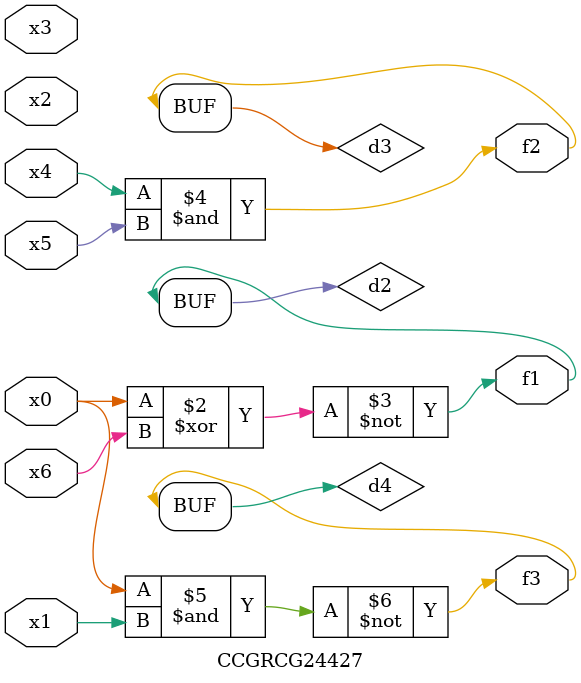
<source format=v>
module CCGRCG24427(
	input x0, x1, x2, x3, x4, x5, x6,
	output f1, f2, f3
);

	wire d1, d2, d3, d4;

	nor (d1, x0);
	xnor (d2, x0, x6);
	and (d3, x4, x5);
	nand (d4, x0, x1);
	assign f1 = d2;
	assign f2 = d3;
	assign f3 = d4;
endmodule

</source>
